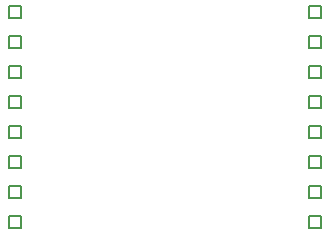
<source format=gbr>
%FSTAX23Y23*%
%MOIN*%
%SFA1B1*%

%IPPOS*%
%ADD26C,0.005000*%
%LNdrv8833_dev_drawing_1-1*%
%LPD*%
G54D26*
X0104Y0005D02*
Y0009D01*
X0108*
Y0005*
X0104*
Y0015D02*
Y0019D01*
X0108*
Y0015*
X0104*
Y0025D02*
Y0029D01*
X0108*
Y0025*
X0104*
Y0035D02*
Y0039D01*
X0108*
Y0035*
X0104*
Y0045D02*
Y0049D01*
X0108*
Y0045*
X0104*
Y0055D02*
Y0059D01*
X0108*
Y0055*
X0104*
Y0065D02*
Y0069D01*
X0108*
Y0065*
X0104*
Y0075D02*
Y0079D01*
X0108*
Y0075*
X0104*
X0004Y0005D02*
Y0009D01*
X0008*
Y0005*
X0004*
Y0015D02*
Y0019D01*
X0008*
Y0015*
X0004*
Y0025D02*
Y0029D01*
X0008*
Y0025*
X0004*
Y0035D02*
Y0039D01*
X0008*
Y0035*
X0004*
Y0045D02*
Y0049D01*
X0008*
Y0045*
X0004*
Y0055D02*
Y0059D01*
X0008*
Y0055*
X0004*
Y0065D02*
Y0069D01*
X0008*
Y0065*
X0004*
Y0075D02*
Y0079D01*
X0008*
Y0075*
X0004*
M02*
</source>
